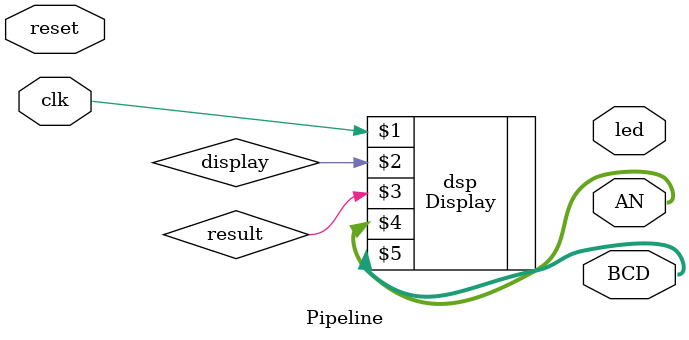
<source format=v>
module Pipeline (
    clk,
    reset,
    AN,
    BCD,
    led
);
    input clk;
    input reset;
    output wire [3:0] AN;
    output wire [7:0] BCD;
    output wire [15:0] led;

    Display dsp(clk, display, result, AN, BCD);














    
endmodule
</source>
